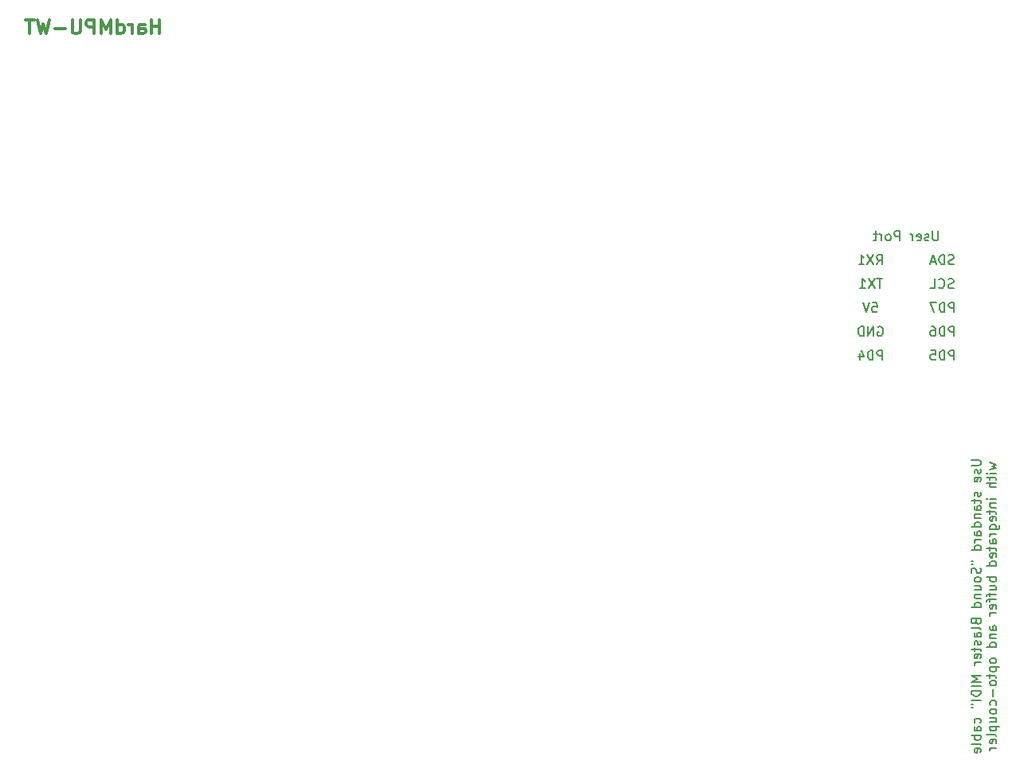
<source format=gbr>
%TF.GenerationSoftware,KiCad,Pcbnew,(5.1.10)-1*%
%TF.CreationDate,2022-04-16T02:30:58-07:00*%
%TF.ProjectId,hardmpu-wt,68617264-6d70-4752-9d77-742e6b696361,rev?*%
%TF.SameCoordinates,PX525bfc0PY8670810*%
%TF.FileFunction,Legend,Bot*%
%TF.FilePolarity,Positive*%
%FSLAX46Y46*%
G04 Gerber Fmt 4.6, Leading zero omitted, Abs format (unit mm)*
G04 Created by KiCad (PCBNEW (5.1.10)-1) date 2022-04-16 02:30:58*
%MOMM*%
%LPD*%
G01*
G04 APERTURE LIST*
%ADD10C,0.150000*%
%ADD11C,0.300000*%
G04 APERTURE END LIST*
D10*
X95432142Y64047620D02*
X95432142Y63238096D01*
X95384523Y63142858D01*
X95336904Y63095239D01*
X95241666Y63047620D01*
X95051190Y63047620D01*
X94955952Y63095239D01*
X94908333Y63142858D01*
X94860714Y63238096D01*
X94860714Y64047620D01*
X94432142Y63095239D02*
X94336904Y63047620D01*
X94146428Y63047620D01*
X94051190Y63095239D01*
X94003571Y63190477D01*
X94003571Y63238096D01*
X94051190Y63333334D01*
X94146428Y63380953D01*
X94289285Y63380953D01*
X94384523Y63428572D01*
X94432142Y63523810D01*
X94432142Y63571429D01*
X94384523Y63666667D01*
X94289285Y63714286D01*
X94146428Y63714286D01*
X94051190Y63666667D01*
X93194047Y63095239D02*
X93289285Y63047620D01*
X93479761Y63047620D01*
X93575000Y63095239D01*
X93622619Y63190477D01*
X93622619Y63571429D01*
X93575000Y63666667D01*
X93479761Y63714286D01*
X93289285Y63714286D01*
X93194047Y63666667D01*
X93146428Y63571429D01*
X93146428Y63476191D01*
X93622619Y63380953D01*
X92717857Y63047620D02*
X92717857Y63714286D01*
X92717857Y63523810D02*
X92670238Y63619048D01*
X92622619Y63666667D01*
X92527380Y63714286D01*
X92432142Y63714286D01*
X91336904Y63047620D02*
X91336904Y64047620D01*
X90955952Y64047620D01*
X90860714Y64000000D01*
X90813095Y63952381D01*
X90765476Y63857143D01*
X90765476Y63714286D01*
X90813095Y63619048D01*
X90860714Y63571429D01*
X90955952Y63523810D01*
X91336904Y63523810D01*
X90194047Y63047620D02*
X90289285Y63095239D01*
X90336904Y63142858D01*
X90384523Y63238096D01*
X90384523Y63523810D01*
X90336904Y63619048D01*
X90289285Y63666667D01*
X90194047Y63714286D01*
X90051190Y63714286D01*
X89955952Y63666667D01*
X89908333Y63619048D01*
X89860714Y63523810D01*
X89860714Y63238096D01*
X89908333Y63142858D01*
X89955952Y63095239D01*
X90051190Y63047620D01*
X90194047Y63047620D01*
X89432142Y63047620D02*
X89432142Y63714286D01*
X89432142Y63523810D02*
X89384523Y63619048D01*
X89336904Y63666667D01*
X89241666Y63714286D01*
X89146428Y63714286D01*
X88955952Y63714286D02*
X88575000Y63714286D01*
X88813095Y64047620D02*
X88813095Y63190477D01*
X88765476Y63095239D01*
X88670238Y63047620D01*
X88575000Y63047620D01*
X98957380Y39677620D02*
X99766904Y39677620D01*
X99862142Y39630000D01*
X99909761Y39582381D01*
X99957380Y39487143D01*
X99957380Y39296667D01*
X99909761Y39201429D01*
X99862142Y39153810D01*
X99766904Y39106191D01*
X98957380Y39106191D01*
X99909761Y38677620D02*
X99957380Y38582381D01*
X99957380Y38391905D01*
X99909761Y38296667D01*
X99814523Y38249048D01*
X99766904Y38249048D01*
X99671666Y38296667D01*
X99624047Y38391905D01*
X99624047Y38534762D01*
X99576428Y38630000D01*
X99481190Y38677620D01*
X99433571Y38677620D01*
X99338333Y38630000D01*
X99290714Y38534762D01*
X99290714Y38391905D01*
X99338333Y38296667D01*
X99909761Y37439524D02*
X99957380Y37534762D01*
X99957380Y37725239D01*
X99909761Y37820477D01*
X99814523Y37868096D01*
X99433571Y37868096D01*
X99338333Y37820477D01*
X99290714Y37725239D01*
X99290714Y37534762D01*
X99338333Y37439524D01*
X99433571Y37391905D01*
X99528809Y37391905D01*
X99624047Y37868096D01*
X99909761Y36249048D02*
X99957380Y36153810D01*
X99957380Y35963334D01*
X99909761Y35868096D01*
X99814523Y35820477D01*
X99766904Y35820477D01*
X99671666Y35868096D01*
X99624047Y35963334D01*
X99624047Y36106191D01*
X99576428Y36201429D01*
X99481190Y36249048D01*
X99433571Y36249048D01*
X99338333Y36201429D01*
X99290714Y36106191D01*
X99290714Y35963334D01*
X99338333Y35868096D01*
X99290714Y35534762D02*
X99290714Y35153810D01*
X98957380Y35391905D02*
X99814523Y35391905D01*
X99909761Y35344286D01*
X99957380Y35249048D01*
X99957380Y35153810D01*
X99957380Y34391905D02*
X99433571Y34391905D01*
X99338333Y34439524D01*
X99290714Y34534762D01*
X99290714Y34725239D01*
X99338333Y34820477D01*
X99909761Y34391905D02*
X99957380Y34487143D01*
X99957380Y34725239D01*
X99909761Y34820477D01*
X99814523Y34868096D01*
X99719285Y34868096D01*
X99624047Y34820477D01*
X99576428Y34725239D01*
X99576428Y34487143D01*
X99528809Y34391905D01*
X99290714Y33915715D02*
X99957380Y33915715D01*
X99385952Y33915715D02*
X99338333Y33868096D01*
X99290714Y33772858D01*
X99290714Y33630000D01*
X99338333Y33534762D01*
X99433571Y33487143D01*
X99957380Y33487143D01*
X99957380Y32582381D02*
X98957380Y32582381D01*
X99909761Y32582381D02*
X99957380Y32677620D01*
X99957380Y32868096D01*
X99909761Y32963334D01*
X99862142Y33010953D01*
X99766904Y33058572D01*
X99481190Y33058572D01*
X99385952Y33010953D01*
X99338333Y32963334D01*
X99290714Y32868096D01*
X99290714Y32677620D01*
X99338333Y32582381D01*
X99957380Y31677620D02*
X99433571Y31677620D01*
X99338333Y31725239D01*
X99290714Y31820477D01*
X99290714Y32010953D01*
X99338333Y32106191D01*
X99909761Y31677620D02*
X99957380Y31772858D01*
X99957380Y32010953D01*
X99909761Y32106191D01*
X99814523Y32153810D01*
X99719285Y32153810D01*
X99624047Y32106191D01*
X99576428Y32010953D01*
X99576428Y31772858D01*
X99528809Y31677620D01*
X99957380Y31201429D02*
X99290714Y31201429D01*
X99481190Y31201429D02*
X99385952Y31153810D01*
X99338333Y31106191D01*
X99290714Y31010953D01*
X99290714Y30915715D01*
X99957380Y30153810D02*
X98957380Y30153810D01*
X99909761Y30153810D02*
X99957380Y30249048D01*
X99957380Y30439524D01*
X99909761Y30534762D01*
X99862142Y30582381D01*
X99766904Y30630000D01*
X99481190Y30630000D01*
X99385952Y30582381D01*
X99338333Y30534762D01*
X99290714Y30439524D01*
X99290714Y30249048D01*
X99338333Y30153810D01*
X98957380Y28963334D02*
X99147857Y28963334D01*
X98957380Y28582381D02*
X99147857Y28582381D01*
X99909761Y28201429D02*
X99957380Y28058572D01*
X99957380Y27820477D01*
X99909761Y27725239D01*
X99862142Y27677620D01*
X99766904Y27630000D01*
X99671666Y27630000D01*
X99576428Y27677620D01*
X99528809Y27725239D01*
X99481190Y27820477D01*
X99433571Y28010953D01*
X99385952Y28106191D01*
X99338333Y28153810D01*
X99243095Y28201429D01*
X99147857Y28201429D01*
X99052619Y28153810D01*
X99005000Y28106191D01*
X98957380Y28010953D01*
X98957380Y27772858D01*
X99005000Y27630000D01*
X99957380Y27058572D02*
X99909761Y27153810D01*
X99862142Y27201429D01*
X99766904Y27249048D01*
X99481190Y27249048D01*
X99385952Y27201429D01*
X99338333Y27153810D01*
X99290714Y27058572D01*
X99290714Y26915715D01*
X99338333Y26820477D01*
X99385952Y26772858D01*
X99481190Y26725239D01*
X99766904Y26725239D01*
X99862142Y26772858D01*
X99909761Y26820477D01*
X99957380Y26915715D01*
X99957380Y27058572D01*
X99290714Y25868096D02*
X99957380Y25868096D01*
X99290714Y26296667D02*
X99814523Y26296667D01*
X99909761Y26249048D01*
X99957380Y26153810D01*
X99957380Y26010953D01*
X99909761Y25915715D01*
X99862142Y25868096D01*
X99290714Y25391905D02*
X99957380Y25391905D01*
X99385952Y25391905D02*
X99338333Y25344286D01*
X99290714Y25249048D01*
X99290714Y25106191D01*
X99338333Y25010953D01*
X99433571Y24963334D01*
X99957380Y24963334D01*
X99957380Y24058572D02*
X98957380Y24058572D01*
X99909761Y24058572D02*
X99957380Y24153810D01*
X99957380Y24344286D01*
X99909761Y24439524D01*
X99862142Y24487143D01*
X99766904Y24534762D01*
X99481190Y24534762D01*
X99385952Y24487143D01*
X99338333Y24439524D01*
X99290714Y24344286D01*
X99290714Y24153810D01*
X99338333Y24058572D01*
X99433571Y22487143D02*
X99481190Y22344286D01*
X99528809Y22296667D01*
X99624047Y22249048D01*
X99766904Y22249048D01*
X99862142Y22296667D01*
X99909761Y22344286D01*
X99957380Y22439524D01*
X99957380Y22820477D01*
X98957380Y22820477D01*
X98957380Y22487143D01*
X99005000Y22391905D01*
X99052619Y22344286D01*
X99147857Y22296667D01*
X99243095Y22296667D01*
X99338333Y22344286D01*
X99385952Y22391905D01*
X99433571Y22487143D01*
X99433571Y22820477D01*
X99957380Y21677620D02*
X99909761Y21772858D01*
X99814523Y21820477D01*
X98957380Y21820477D01*
X99957380Y20868096D02*
X99433571Y20868096D01*
X99338333Y20915715D01*
X99290714Y21010953D01*
X99290714Y21201429D01*
X99338333Y21296667D01*
X99909761Y20868096D02*
X99957380Y20963334D01*
X99957380Y21201429D01*
X99909761Y21296667D01*
X99814523Y21344286D01*
X99719285Y21344286D01*
X99624047Y21296667D01*
X99576428Y21201429D01*
X99576428Y20963334D01*
X99528809Y20868096D01*
X99909761Y20439524D02*
X99957380Y20344286D01*
X99957380Y20153810D01*
X99909761Y20058572D01*
X99814523Y20010953D01*
X99766904Y20010953D01*
X99671666Y20058572D01*
X99624047Y20153810D01*
X99624047Y20296667D01*
X99576428Y20391905D01*
X99481190Y20439524D01*
X99433571Y20439524D01*
X99338333Y20391905D01*
X99290714Y20296667D01*
X99290714Y20153810D01*
X99338333Y20058572D01*
X99290714Y19725239D02*
X99290714Y19344286D01*
X98957380Y19582381D02*
X99814523Y19582381D01*
X99909761Y19534762D01*
X99957380Y19439524D01*
X99957380Y19344286D01*
X99909761Y18630000D02*
X99957380Y18725239D01*
X99957380Y18915715D01*
X99909761Y19010953D01*
X99814523Y19058572D01*
X99433571Y19058572D01*
X99338333Y19010953D01*
X99290714Y18915715D01*
X99290714Y18725239D01*
X99338333Y18630000D01*
X99433571Y18582381D01*
X99528809Y18582381D01*
X99624047Y19058572D01*
X99957380Y18153810D02*
X99290714Y18153810D01*
X99481190Y18153810D02*
X99385952Y18106191D01*
X99338333Y18058572D01*
X99290714Y17963334D01*
X99290714Y17868096D01*
X99957380Y16772858D02*
X98957380Y16772858D01*
X99671666Y16439524D01*
X98957380Y16106191D01*
X99957380Y16106191D01*
X99957380Y15630000D02*
X98957380Y15630000D01*
X99957380Y15153810D02*
X98957380Y15153810D01*
X98957380Y14915715D01*
X99005000Y14772858D01*
X99100238Y14677620D01*
X99195476Y14630000D01*
X99385952Y14582381D01*
X99528809Y14582381D01*
X99719285Y14630000D01*
X99814523Y14677620D01*
X99909761Y14772858D01*
X99957380Y14915715D01*
X99957380Y15153810D01*
X99957380Y14153810D02*
X98957380Y14153810D01*
X98957380Y13725239D02*
X99147857Y13725239D01*
X98957380Y13344286D02*
X99147857Y13344286D01*
X99909761Y11725239D02*
X99957380Y11820477D01*
X99957380Y12010953D01*
X99909761Y12106191D01*
X99862142Y12153810D01*
X99766904Y12201429D01*
X99481190Y12201429D01*
X99385952Y12153810D01*
X99338333Y12106191D01*
X99290714Y12010953D01*
X99290714Y11820477D01*
X99338333Y11725239D01*
X99957380Y10868096D02*
X99433571Y10868096D01*
X99338333Y10915715D01*
X99290714Y11010953D01*
X99290714Y11201429D01*
X99338333Y11296667D01*
X99909761Y10868096D02*
X99957380Y10963334D01*
X99957380Y11201429D01*
X99909761Y11296667D01*
X99814523Y11344286D01*
X99719285Y11344286D01*
X99624047Y11296667D01*
X99576428Y11201429D01*
X99576428Y10963334D01*
X99528809Y10868096D01*
X99957380Y10391905D02*
X98957380Y10391905D01*
X99338333Y10391905D02*
X99290714Y10296667D01*
X99290714Y10106191D01*
X99338333Y10010953D01*
X99385952Y9963334D01*
X99481190Y9915715D01*
X99766904Y9915715D01*
X99862142Y9963334D01*
X99909761Y10010953D01*
X99957380Y10106191D01*
X99957380Y10296667D01*
X99909761Y10391905D01*
X99957380Y9344286D02*
X99909761Y9439524D01*
X99814523Y9487143D01*
X98957380Y9487143D01*
X99909761Y8582381D02*
X99957380Y8677620D01*
X99957380Y8868096D01*
X99909761Y8963334D01*
X99814523Y9010953D01*
X99433571Y9010953D01*
X99338333Y8963334D01*
X99290714Y8868096D01*
X99290714Y8677620D01*
X99338333Y8582381D01*
X99433571Y8534762D01*
X99528809Y8534762D01*
X99624047Y9010953D01*
X100940714Y39415715D02*
X101607380Y39225239D01*
X101131190Y39034762D01*
X101607380Y38844286D01*
X100940714Y38653810D01*
X101607380Y38272858D02*
X100940714Y38272858D01*
X100607380Y38272858D02*
X100655000Y38320477D01*
X100702619Y38272858D01*
X100655000Y38225239D01*
X100607380Y38272858D01*
X100702619Y38272858D01*
X100940714Y37939524D02*
X100940714Y37558572D01*
X100607380Y37796667D02*
X101464523Y37796667D01*
X101559761Y37749048D01*
X101607380Y37653810D01*
X101607380Y37558572D01*
X101607380Y37225239D02*
X100607380Y37225239D01*
X101607380Y36796667D02*
X101083571Y36796667D01*
X100988333Y36844286D01*
X100940714Y36939524D01*
X100940714Y37082381D01*
X100988333Y37177620D01*
X101035952Y37225239D01*
X101607380Y35558572D02*
X100940714Y35558572D01*
X100607380Y35558572D02*
X100655000Y35606191D01*
X100702619Y35558572D01*
X100655000Y35510953D01*
X100607380Y35558572D01*
X100702619Y35558572D01*
X100940714Y35082381D02*
X101607380Y35082381D01*
X101035952Y35082381D02*
X100988333Y35034762D01*
X100940714Y34939524D01*
X100940714Y34796667D01*
X100988333Y34701429D01*
X101083571Y34653810D01*
X101607380Y34653810D01*
X100940714Y34320477D02*
X100940714Y33939524D01*
X100607380Y34177620D02*
X101464523Y34177620D01*
X101559761Y34130000D01*
X101607380Y34034762D01*
X101607380Y33939524D01*
X101559761Y33225239D02*
X101607380Y33320477D01*
X101607380Y33510953D01*
X101559761Y33606191D01*
X101464523Y33653810D01*
X101083571Y33653810D01*
X100988333Y33606191D01*
X100940714Y33510953D01*
X100940714Y33320477D01*
X100988333Y33225239D01*
X101083571Y33177620D01*
X101178809Y33177620D01*
X101274047Y33653810D01*
X100940714Y32320477D02*
X101750238Y32320477D01*
X101845476Y32368096D01*
X101893095Y32415715D01*
X101940714Y32510953D01*
X101940714Y32653810D01*
X101893095Y32749048D01*
X101559761Y32320477D02*
X101607380Y32415715D01*
X101607380Y32606191D01*
X101559761Y32701429D01*
X101512142Y32749048D01*
X101416904Y32796667D01*
X101131190Y32796667D01*
X101035952Y32749048D01*
X100988333Y32701429D01*
X100940714Y32606191D01*
X100940714Y32415715D01*
X100988333Y32320477D01*
X101607380Y31844286D02*
X100940714Y31844286D01*
X101131190Y31844286D02*
X101035952Y31796667D01*
X100988333Y31749048D01*
X100940714Y31653810D01*
X100940714Y31558572D01*
X101607380Y30796667D02*
X101083571Y30796667D01*
X100988333Y30844286D01*
X100940714Y30939524D01*
X100940714Y31130000D01*
X100988333Y31225239D01*
X101559761Y30796667D02*
X101607380Y30891905D01*
X101607380Y31130000D01*
X101559761Y31225239D01*
X101464523Y31272858D01*
X101369285Y31272858D01*
X101274047Y31225239D01*
X101226428Y31130000D01*
X101226428Y30891905D01*
X101178809Y30796667D01*
X100940714Y30463334D02*
X100940714Y30082381D01*
X100607380Y30320477D02*
X101464523Y30320477D01*
X101559761Y30272858D01*
X101607380Y30177620D01*
X101607380Y30082381D01*
X101559761Y29368096D02*
X101607380Y29463334D01*
X101607380Y29653810D01*
X101559761Y29749048D01*
X101464523Y29796667D01*
X101083571Y29796667D01*
X100988333Y29749048D01*
X100940714Y29653810D01*
X100940714Y29463334D01*
X100988333Y29368096D01*
X101083571Y29320477D01*
X101178809Y29320477D01*
X101274047Y29796667D01*
X101607380Y28463334D02*
X100607380Y28463334D01*
X101559761Y28463334D02*
X101607380Y28558572D01*
X101607380Y28749048D01*
X101559761Y28844286D01*
X101512142Y28891905D01*
X101416904Y28939524D01*
X101131190Y28939524D01*
X101035952Y28891905D01*
X100988333Y28844286D01*
X100940714Y28749048D01*
X100940714Y28558572D01*
X100988333Y28463334D01*
X101607380Y27225239D02*
X100607380Y27225239D01*
X100988333Y27225239D02*
X100940714Y27130000D01*
X100940714Y26939524D01*
X100988333Y26844286D01*
X101035952Y26796667D01*
X101131190Y26749048D01*
X101416904Y26749048D01*
X101512142Y26796667D01*
X101559761Y26844286D01*
X101607380Y26939524D01*
X101607380Y27130000D01*
X101559761Y27225239D01*
X100940714Y25891905D02*
X101607380Y25891905D01*
X100940714Y26320477D02*
X101464523Y26320477D01*
X101559761Y26272858D01*
X101607380Y26177620D01*
X101607380Y26034762D01*
X101559761Y25939524D01*
X101512142Y25891905D01*
X100940714Y25558572D02*
X100940714Y25177620D01*
X101607380Y25415715D02*
X100750238Y25415715D01*
X100655000Y25368096D01*
X100607380Y25272858D01*
X100607380Y25177620D01*
X100940714Y24987143D02*
X100940714Y24606191D01*
X101607380Y24844286D02*
X100750238Y24844286D01*
X100655000Y24796667D01*
X100607380Y24701429D01*
X100607380Y24606191D01*
X101559761Y23891905D02*
X101607380Y23987143D01*
X101607380Y24177620D01*
X101559761Y24272858D01*
X101464523Y24320477D01*
X101083571Y24320477D01*
X100988333Y24272858D01*
X100940714Y24177620D01*
X100940714Y23987143D01*
X100988333Y23891905D01*
X101083571Y23844286D01*
X101178809Y23844286D01*
X101274047Y24320477D01*
X101607380Y23415715D02*
X100940714Y23415715D01*
X101131190Y23415715D02*
X101035952Y23368096D01*
X100988333Y23320477D01*
X100940714Y23225239D01*
X100940714Y23130000D01*
X101607380Y21606191D02*
X101083571Y21606191D01*
X100988333Y21653810D01*
X100940714Y21749048D01*
X100940714Y21939524D01*
X100988333Y22034762D01*
X101559761Y21606191D02*
X101607380Y21701429D01*
X101607380Y21939524D01*
X101559761Y22034762D01*
X101464523Y22082381D01*
X101369285Y22082381D01*
X101274047Y22034762D01*
X101226428Y21939524D01*
X101226428Y21701429D01*
X101178809Y21606191D01*
X100940714Y21130000D02*
X101607380Y21130000D01*
X101035952Y21130000D02*
X100988333Y21082381D01*
X100940714Y20987143D01*
X100940714Y20844286D01*
X100988333Y20749048D01*
X101083571Y20701429D01*
X101607380Y20701429D01*
X101607380Y19796667D02*
X100607380Y19796667D01*
X101559761Y19796667D02*
X101607380Y19891905D01*
X101607380Y20082381D01*
X101559761Y20177620D01*
X101512142Y20225239D01*
X101416904Y20272858D01*
X101131190Y20272858D01*
X101035952Y20225239D01*
X100988333Y20177620D01*
X100940714Y20082381D01*
X100940714Y19891905D01*
X100988333Y19796667D01*
X101607380Y18415715D02*
X101559761Y18510953D01*
X101512142Y18558572D01*
X101416904Y18606191D01*
X101131190Y18606191D01*
X101035952Y18558572D01*
X100988333Y18510953D01*
X100940714Y18415715D01*
X100940714Y18272858D01*
X100988333Y18177620D01*
X101035952Y18130001D01*
X101131190Y18082381D01*
X101416904Y18082381D01*
X101512142Y18130001D01*
X101559761Y18177620D01*
X101607380Y18272858D01*
X101607380Y18415715D01*
X100940714Y17653810D02*
X101940714Y17653810D01*
X100988333Y17653810D02*
X100940714Y17558572D01*
X100940714Y17368096D01*
X100988333Y17272858D01*
X101035952Y17225239D01*
X101131190Y17177620D01*
X101416904Y17177620D01*
X101512142Y17225239D01*
X101559761Y17272858D01*
X101607380Y17368096D01*
X101607380Y17558572D01*
X101559761Y17653810D01*
X100940714Y16891905D02*
X100940714Y16510953D01*
X100607380Y16749048D02*
X101464523Y16749048D01*
X101559761Y16701429D01*
X101607380Y16606191D01*
X101607380Y16510953D01*
X101607380Y16034762D02*
X101559761Y16130001D01*
X101512142Y16177620D01*
X101416904Y16225239D01*
X101131190Y16225239D01*
X101035952Y16177620D01*
X100988333Y16130001D01*
X100940714Y16034762D01*
X100940714Y15891905D01*
X100988333Y15796667D01*
X101035952Y15749048D01*
X101131190Y15701429D01*
X101416904Y15701429D01*
X101512142Y15749048D01*
X101559761Y15796667D01*
X101607380Y15891905D01*
X101607380Y16034762D01*
X101226428Y15272858D02*
X101226428Y14510953D01*
X101559761Y13606191D02*
X101607380Y13701429D01*
X101607380Y13891905D01*
X101559761Y13987143D01*
X101512142Y14034762D01*
X101416904Y14082381D01*
X101131190Y14082381D01*
X101035952Y14034762D01*
X100988333Y13987143D01*
X100940714Y13891905D01*
X100940714Y13701429D01*
X100988333Y13606191D01*
X101607380Y13034762D02*
X101559761Y13130001D01*
X101512142Y13177620D01*
X101416904Y13225239D01*
X101131190Y13225239D01*
X101035952Y13177620D01*
X100988333Y13130001D01*
X100940714Y13034762D01*
X100940714Y12891905D01*
X100988333Y12796667D01*
X101035952Y12749048D01*
X101131190Y12701429D01*
X101416904Y12701429D01*
X101512142Y12749048D01*
X101559761Y12796667D01*
X101607380Y12891905D01*
X101607380Y13034762D01*
X100940714Y11844286D02*
X101607380Y11844286D01*
X100940714Y12272858D02*
X101464523Y12272858D01*
X101559761Y12225239D01*
X101607380Y12130001D01*
X101607380Y11987143D01*
X101559761Y11891905D01*
X101512142Y11844286D01*
X100940714Y11368096D02*
X101940714Y11368096D01*
X100988333Y11368096D02*
X100940714Y11272858D01*
X100940714Y11082381D01*
X100988333Y10987143D01*
X101035952Y10939524D01*
X101131190Y10891905D01*
X101416904Y10891905D01*
X101512142Y10939524D01*
X101559761Y10987143D01*
X101607380Y11082381D01*
X101607380Y11272858D01*
X101559761Y11368096D01*
X101607380Y10320477D02*
X101559761Y10415715D01*
X101464523Y10463334D01*
X100607380Y10463334D01*
X101559761Y9558572D02*
X101607380Y9653810D01*
X101607380Y9844286D01*
X101559761Y9939524D01*
X101464523Y9987143D01*
X101083571Y9987143D01*
X100988333Y9939524D01*
X100940714Y9844286D01*
X100940714Y9653810D01*
X100988333Y9558572D01*
X101083571Y9510953D01*
X101178809Y9510953D01*
X101274047Y9987143D01*
X101607380Y9082381D02*
X100940714Y9082381D01*
X101131190Y9082381D02*
X101035952Y9034762D01*
X100988333Y8987143D01*
X100940714Y8891905D01*
X100940714Y8796667D01*
X97123095Y55427620D02*
X97123095Y56427620D01*
X96742142Y56427620D01*
X96646904Y56380000D01*
X96599285Y56332381D01*
X96551666Y56237143D01*
X96551666Y56094286D01*
X96599285Y55999048D01*
X96646904Y55951429D01*
X96742142Y55903810D01*
X97123095Y55903810D01*
X96123095Y55427620D02*
X96123095Y56427620D01*
X95885000Y56427620D01*
X95742142Y56380000D01*
X95646904Y56284762D01*
X95599285Y56189524D01*
X95551666Y55999048D01*
X95551666Y55856191D01*
X95599285Y55665715D01*
X95646904Y55570477D01*
X95742142Y55475239D01*
X95885000Y55427620D01*
X96123095Y55427620D01*
X95218333Y56427620D02*
X94551666Y56427620D01*
X94980238Y55427620D01*
X97123095Y52887620D02*
X97123095Y53887620D01*
X96742142Y53887620D01*
X96646904Y53840000D01*
X96599285Y53792381D01*
X96551666Y53697143D01*
X96551666Y53554286D01*
X96599285Y53459048D01*
X96646904Y53411429D01*
X96742142Y53363810D01*
X97123095Y53363810D01*
X96123095Y52887620D02*
X96123095Y53887620D01*
X95885000Y53887620D01*
X95742142Y53840000D01*
X95646904Y53744762D01*
X95599285Y53649524D01*
X95551666Y53459048D01*
X95551666Y53316191D01*
X95599285Y53125715D01*
X95646904Y53030477D01*
X95742142Y52935239D01*
X95885000Y52887620D01*
X96123095Y52887620D01*
X94694523Y53887620D02*
X94885000Y53887620D01*
X94980238Y53840000D01*
X95027857Y53792381D01*
X95123095Y53649524D01*
X95170714Y53459048D01*
X95170714Y53078096D01*
X95123095Y52982858D01*
X95075476Y52935239D01*
X94980238Y52887620D01*
X94789761Y52887620D01*
X94694523Y52935239D01*
X94646904Y52982858D01*
X94599285Y53078096D01*
X94599285Y53316191D01*
X94646904Y53411429D01*
X94694523Y53459048D01*
X94789761Y53506667D01*
X94980238Y53506667D01*
X95075476Y53459048D01*
X95123095Y53411429D01*
X95170714Y53316191D01*
X97123095Y50347620D02*
X97123095Y51347620D01*
X96742142Y51347620D01*
X96646904Y51300000D01*
X96599285Y51252381D01*
X96551666Y51157143D01*
X96551666Y51014286D01*
X96599285Y50919048D01*
X96646904Y50871429D01*
X96742142Y50823810D01*
X97123095Y50823810D01*
X96123095Y50347620D02*
X96123095Y51347620D01*
X95885000Y51347620D01*
X95742142Y51300000D01*
X95646904Y51204762D01*
X95599285Y51109524D01*
X95551666Y50919048D01*
X95551666Y50776191D01*
X95599285Y50585715D01*
X95646904Y50490477D01*
X95742142Y50395239D01*
X95885000Y50347620D01*
X96123095Y50347620D01*
X94646904Y51347620D02*
X95123095Y51347620D01*
X95170714Y50871429D01*
X95123095Y50919048D01*
X95027857Y50966667D01*
X94789761Y50966667D01*
X94694523Y50919048D01*
X94646904Y50871429D01*
X94599285Y50776191D01*
X94599285Y50538096D01*
X94646904Y50442858D01*
X94694523Y50395239D01*
X94789761Y50347620D01*
X95027857Y50347620D01*
X95123095Y50395239D01*
X95170714Y50442858D01*
X89503095Y50347620D02*
X89503095Y51347620D01*
X89122142Y51347620D01*
X89026904Y51300000D01*
X88979285Y51252381D01*
X88931666Y51157143D01*
X88931666Y51014286D01*
X88979285Y50919048D01*
X89026904Y50871429D01*
X89122142Y50823810D01*
X89503095Y50823810D01*
X88503095Y50347620D02*
X88503095Y51347620D01*
X88265000Y51347620D01*
X88122142Y51300000D01*
X88026904Y51204762D01*
X87979285Y51109524D01*
X87931666Y50919048D01*
X87931666Y50776191D01*
X87979285Y50585715D01*
X88026904Y50490477D01*
X88122142Y50395239D01*
X88265000Y50347620D01*
X88503095Y50347620D01*
X87074523Y51014286D02*
X87074523Y50347620D01*
X87312619Y51395239D02*
X87550714Y50680953D01*
X86931666Y50680953D01*
X89026904Y53840000D02*
X89122142Y53887620D01*
X89265000Y53887620D01*
X89407857Y53840000D01*
X89503095Y53744762D01*
X89550714Y53649524D01*
X89598333Y53459048D01*
X89598333Y53316191D01*
X89550714Y53125715D01*
X89503095Y53030477D01*
X89407857Y52935239D01*
X89265000Y52887620D01*
X89169761Y52887620D01*
X89026904Y52935239D01*
X88979285Y52982858D01*
X88979285Y53316191D01*
X89169761Y53316191D01*
X88550714Y52887620D02*
X88550714Y53887620D01*
X87979285Y52887620D01*
X87979285Y53887620D01*
X87503095Y52887620D02*
X87503095Y53887620D01*
X87265000Y53887620D01*
X87122142Y53840000D01*
X87026904Y53744762D01*
X86979285Y53649524D01*
X86931666Y53459048D01*
X86931666Y53316191D01*
X86979285Y53125715D01*
X87026904Y53030477D01*
X87122142Y52935239D01*
X87265000Y52887620D01*
X87503095Y52887620D01*
X88455476Y56427620D02*
X88931666Y56427620D01*
X88979285Y55951429D01*
X88931666Y55999048D01*
X88836428Y56046667D01*
X88598333Y56046667D01*
X88503095Y55999048D01*
X88455476Y55951429D01*
X88407857Y55856191D01*
X88407857Y55618096D01*
X88455476Y55522858D01*
X88503095Y55475239D01*
X88598333Y55427620D01*
X88836428Y55427620D01*
X88931666Y55475239D01*
X88979285Y55522858D01*
X88122142Y56427620D02*
X87788809Y55427620D01*
X87455476Y56427620D01*
X89503095Y58967620D02*
X88931666Y58967620D01*
X89217380Y57967620D02*
X89217380Y58967620D01*
X88693571Y58967620D02*
X88026904Y57967620D01*
X88026904Y58967620D02*
X88693571Y57967620D01*
X87122142Y57967620D02*
X87693571Y57967620D01*
X87407857Y57967620D02*
X87407857Y58967620D01*
X87503095Y58824762D01*
X87598333Y58729524D01*
X87693571Y58681905D01*
X88907857Y60507620D02*
X89241190Y60983810D01*
X89479285Y60507620D02*
X89479285Y61507620D01*
X89098333Y61507620D01*
X89003095Y61460000D01*
X88955476Y61412381D01*
X88907857Y61317143D01*
X88907857Y61174286D01*
X88955476Y61079048D01*
X89003095Y61031429D01*
X89098333Y60983810D01*
X89479285Y60983810D01*
X88574523Y61507620D02*
X87907857Y60507620D01*
X87907857Y61507620D02*
X88574523Y60507620D01*
X87003095Y60507620D02*
X87574523Y60507620D01*
X87288809Y60507620D02*
X87288809Y61507620D01*
X87384047Y61364762D01*
X87479285Y61269524D01*
X87574523Y61221905D01*
X97075476Y58015239D02*
X96932619Y57967620D01*
X96694523Y57967620D01*
X96599285Y58015239D01*
X96551666Y58062858D01*
X96504047Y58158096D01*
X96504047Y58253334D01*
X96551666Y58348572D01*
X96599285Y58396191D01*
X96694523Y58443810D01*
X96885000Y58491429D01*
X96980238Y58539048D01*
X97027857Y58586667D01*
X97075476Y58681905D01*
X97075476Y58777143D01*
X97027857Y58872381D01*
X96980238Y58920000D01*
X96885000Y58967620D01*
X96646904Y58967620D01*
X96504047Y58920000D01*
X95504047Y58062858D02*
X95551666Y58015239D01*
X95694523Y57967620D01*
X95789761Y57967620D01*
X95932619Y58015239D01*
X96027857Y58110477D01*
X96075476Y58205715D01*
X96123095Y58396191D01*
X96123095Y58539048D01*
X96075476Y58729524D01*
X96027857Y58824762D01*
X95932619Y58920000D01*
X95789761Y58967620D01*
X95694523Y58967620D01*
X95551666Y58920000D01*
X95504047Y58872381D01*
X94599285Y57967620D02*
X95075476Y57967620D01*
X95075476Y58967620D01*
X97099285Y60555239D02*
X96956428Y60507620D01*
X96718333Y60507620D01*
X96623095Y60555239D01*
X96575476Y60602858D01*
X96527857Y60698096D01*
X96527857Y60793334D01*
X96575476Y60888572D01*
X96623095Y60936191D01*
X96718333Y60983810D01*
X96908809Y61031429D01*
X97004047Y61079048D01*
X97051666Y61126667D01*
X97099285Y61221905D01*
X97099285Y61317143D01*
X97051666Y61412381D01*
X97004047Y61460000D01*
X96908809Y61507620D01*
X96670714Y61507620D01*
X96527857Y61460000D01*
X96099285Y60507620D02*
X96099285Y61507620D01*
X95861190Y61507620D01*
X95718333Y61460000D01*
X95623095Y61364762D01*
X95575476Y61269524D01*
X95527857Y61079048D01*
X95527857Y60936191D01*
X95575476Y60745715D01*
X95623095Y60650477D01*
X95718333Y60555239D01*
X95861190Y60507620D01*
X96099285Y60507620D01*
X95146904Y60793334D02*
X94670714Y60793334D01*
X95242142Y60507620D02*
X94908809Y61507620D01*
X94575476Y60507620D01*
D11*
X12715000Y85046429D02*
X12715000Y86546429D01*
X12715000Y85832143D02*
X11857857Y85832143D01*
X11857857Y85046429D02*
X11857857Y86546429D01*
X10500714Y85046429D02*
X10500714Y85832143D01*
X10572142Y85975000D01*
X10715000Y86046429D01*
X11000714Y86046429D01*
X11143571Y85975000D01*
X10500714Y85117858D02*
X10643571Y85046429D01*
X11000714Y85046429D01*
X11143571Y85117858D01*
X11215000Y85260715D01*
X11215000Y85403572D01*
X11143571Y85546429D01*
X11000714Y85617858D01*
X10643571Y85617858D01*
X10500714Y85689286D01*
X9786428Y85046429D02*
X9786428Y86046429D01*
X9786428Y85760715D02*
X9715000Y85903572D01*
X9643571Y85975000D01*
X9500714Y86046429D01*
X9357857Y86046429D01*
X8215000Y85046429D02*
X8215000Y86546429D01*
X8215000Y85117858D02*
X8357857Y85046429D01*
X8643571Y85046429D01*
X8786428Y85117858D01*
X8857857Y85189286D01*
X8929285Y85332143D01*
X8929285Y85760715D01*
X8857857Y85903572D01*
X8786428Y85975000D01*
X8643571Y86046429D01*
X8357857Y86046429D01*
X8215000Y85975000D01*
X7500714Y85046429D02*
X7500714Y86546429D01*
X7000714Y85475000D01*
X6500714Y86546429D01*
X6500714Y85046429D01*
X5786428Y85046429D02*
X5786428Y86546429D01*
X5215000Y86546429D01*
X5072142Y86475000D01*
X5000714Y86403572D01*
X4929285Y86260715D01*
X4929285Y86046429D01*
X5000714Y85903572D01*
X5072142Y85832143D01*
X5215000Y85760715D01*
X5786428Y85760715D01*
X4286428Y86546429D02*
X4286428Y85332143D01*
X4215000Y85189286D01*
X4143571Y85117858D01*
X4000714Y85046429D01*
X3715000Y85046429D01*
X3572142Y85117858D01*
X3500714Y85189286D01*
X3429285Y85332143D01*
X3429285Y86546429D01*
X2715000Y85617858D02*
X1572142Y85617858D01*
X1000714Y86546429D02*
X643571Y85046429D01*
X357857Y86117858D01*
X72142Y85046429D01*
X-285000Y86546429D01*
X-642143Y86546429D02*
X-1499286Y86546429D01*
X-1070715Y85046429D02*
X-1070715Y86546429D01*
M02*

</source>
